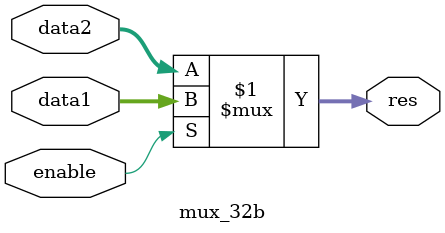
<source format=v>
`timescale 1ns / 1ps


module mux_32b(
input enable,
input [31:0]data1,
input [31:0]data2,
output [31:0] res
    );
    
    assign res=enable?data1:data2;
endmodule

</source>
